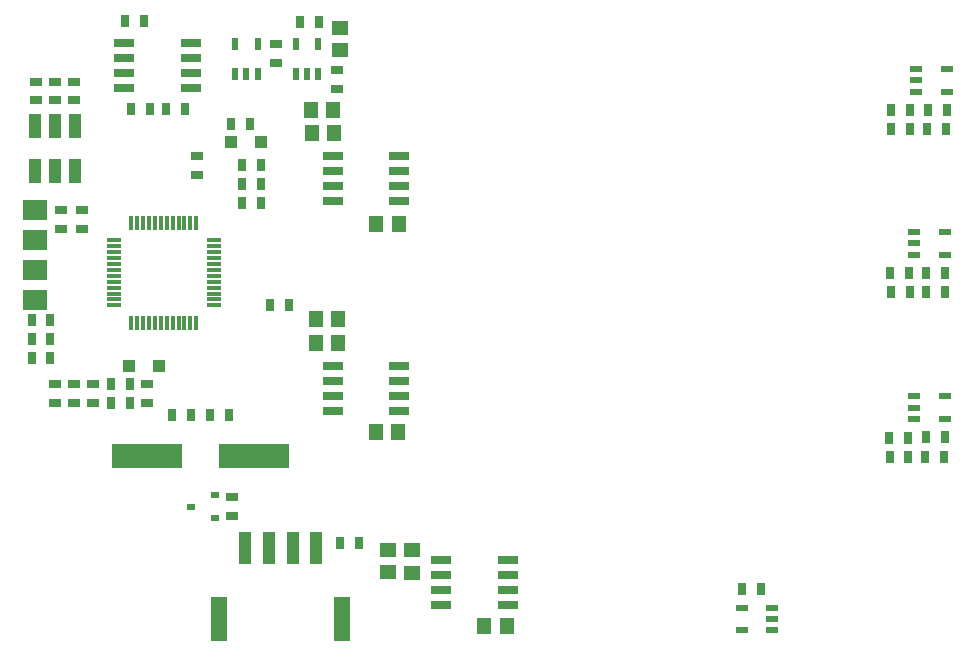
<source format=gbp>
G04*
G04 #@! TF.GenerationSoftware,Altium Limited,Altium Designer,23.3.1 (30)*
G04*
G04 Layer_Color=128*
%FSLAX44Y44*%
%MOMM*%
G71*
G04*
G04 #@! TF.SameCoordinates,D690764C-15D9-45C2-B971-25477444B052*
G04*
G04*
G04 #@! TF.FilePolarity,Positive*
G04*
G01*
G75*
%ADD14R,1.2000X1.4000*%
%ADD19R,1.0000X0.7000*%
%ADD21R,0.7000X1.0000*%
%ADD25R,1.4000X1.3000*%
%ADD26R,0.6000X1.1000*%
%ADD28R,1.4000X1.2000*%
%ADD30R,2.0000X1.7000*%
%ADD32R,1.4500X3.8000*%
%ADD33R,1.0000X2.7000*%
%ADD68R,1.0000X1.0000*%
%ADD79R,1.1000X0.6000*%
%ADD80R,1.1000X2.0000*%
%ADD81R,1.7500X0.6500*%
%ADD82R,1.2000X0.3000*%
%ADD83R,0.3000X1.2000*%
%ADD84R,0.7000X0.6000*%
%ADD85R,6.0000X2.0000*%
D14*
X962000Y1526000D02*
D03*
X981000D02*
D03*
X907500Y1603000D02*
D03*
X926500D02*
D03*
X906500Y1623000D02*
D03*
X925500D02*
D03*
X910500Y1446000D02*
D03*
X929500D02*
D03*
X910500Y1426000D02*
D03*
X929500D02*
D03*
X961500Y1350000D02*
D03*
X980500D02*
D03*
X1053500Y1186000D02*
D03*
X1072500D02*
D03*
D19*
X674000Y1631000D02*
D03*
Y1647000D02*
D03*
X690000Y1631000D02*
D03*
Y1647000D02*
D03*
X706000Y1631000D02*
D03*
Y1647000D02*
D03*
X929000Y1641000D02*
D03*
Y1657000D02*
D03*
X810000Y1568000D02*
D03*
Y1584000D02*
D03*
X695000Y1522000D02*
D03*
Y1538000D02*
D03*
X713000Y1538000D02*
D03*
Y1522000D02*
D03*
X722000Y1391000D02*
D03*
Y1375000D02*
D03*
X706000D02*
D03*
Y1391000D02*
D03*
X840000Y1279000D02*
D03*
Y1295000D02*
D03*
X768000Y1375000D02*
D03*
Y1391000D02*
D03*
X690000Y1375000D02*
D03*
Y1391000D02*
D03*
X877000Y1663000D02*
D03*
Y1679000D02*
D03*
D21*
X1429000Y1623000D02*
D03*
X1445000D02*
D03*
X1427410Y1484970D02*
D03*
X1443410D02*
D03*
X1427201Y1345811D02*
D03*
X1443201D02*
D03*
X1287249Y1217030D02*
D03*
X1271249D02*
D03*
X821000Y1365000D02*
D03*
X837000D02*
D03*
X737000Y1375000D02*
D03*
X753000D02*
D03*
X864000Y1544000D02*
D03*
X848000D02*
D03*
X864000Y1560000D02*
D03*
X848000D02*
D03*
X864000Y1576000D02*
D03*
X848000D02*
D03*
X855000Y1611000D02*
D03*
X839000D02*
D03*
X872000Y1458000D02*
D03*
X888000D02*
D03*
X805000Y1365000D02*
D03*
X789000D02*
D03*
X737000Y1391000D02*
D03*
X753000D02*
D03*
X670000Y1429000D02*
D03*
X686000D02*
D03*
X670000Y1413000D02*
D03*
X686000D02*
D03*
X670000Y1445000D02*
D03*
X686000D02*
D03*
X765000Y1698000D02*
D03*
X749000D02*
D03*
X784000Y1624000D02*
D03*
X800000D02*
D03*
X770000D02*
D03*
X754000D02*
D03*
X1396271Y1344891D02*
D03*
X1412271D02*
D03*
X1397239Y1484817D02*
D03*
X1413239D02*
D03*
X1398000Y1623000D02*
D03*
X1414000D02*
D03*
X1426290Y1329026D02*
D03*
X1442290D02*
D03*
X1427530Y1468690D02*
D03*
X1443530D02*
D03*
X1428366Y1607091D02*
D03*
X1444366D02*
D03*
X1412500Y1329000D02*
D03*
X1396500D02*
D03*
X1413500Y1468690D02*
D03*
X1397500D02*
D03*
X1414000Y1607000D02*
D03*
X1398000D02*
D03*
X931000Y1256000D02*
D03*
X947000D02*
D03*
X897000Y1697000D02*
D03*
X913000D02*
D03*
D25*
X931000Y1692500D02*
D03*
Y1673500D02*
D03*
D26*
X912500Y1653000D02*
D03*
X903000D02*
D03*
X893500D02*
D03*
X912500Y1679000D02*
D03*
X893500D02*
D03*
X861500Y1653000D02*
D03*
X852000D02*
D03*
X842500D02*
D03*
X861500Y1679000D02*
D03*
X842500D02*
D03*
D28*
X992000Y1231000D02*
D03*
Y1250000D02*
D03*
X972000Y1231500D02*
D03*
Y1250500D02*
D03*
D30*
X673000Y1461900D02*
D03*
Y1487300D02*
D03*
Y1512700D02*
D03*
Y1538100D02*
D03*
D32*
X933000Y1192000D02*
D03*
X829000D02*
D03*
D33*
X911000Y1252000D02*
D03*
X891000D02*
D03*
X871000D02*
D03*
X851000D02*
D03*
D68*
X752300Y1406000D02*
D03*
X777700D02*
D03*
X864700Y1596000D02*
D03*
X839300D02*
D03*
D79*
X1418963Y1638530D02*
D03*
Y1648030D02*
D03*
Y1657530D02*
D03*
X1444963Y1638530D02*
D03*
Y1657530D02*
D03*
X1417373Y1500500D02*
D03*
Y1510000D02*
D03*
Y1519500D02*
D03*
X1443373Y1500500D02*
D03*
Y1519500D02*
D03*
X1417165Y1361341D02*
D03*
Y1370841D02*
D03*
Y1380341D02*
D03*
X1443165Y1361341D02*
D03*
Y1380341D02*
D03*
X1297285Y1201500D02*
D03*
Y1192000D02*
D03*
Y1182500D02*
D03*
X1271285Y1201500D02*
D03*
Y1182500D02*
D03*
D80*
X707000Y1571000D02*
D03*
X690000D02*
D03*
X673000D02*
D03*
X707000Y1609000D02*
D03*
X690000D02*
D03*
X673000D02*
D03*
D81*
X748710Y1667265D02*
D03*
Y1654565D02*
D03*
Y1641865D02*
D03*
Y1679965D02*
D03*
X804710Y1641865D02*
D03*
Y1654565D02*
D03*
Y1667265D02*
D03*
Y1679965D02*
D03*
X981000Y1558600D02*
D03*
Y1571300D02*
D03*
Y1584000D02*
D03*
Y1545900D02*
D03*
X925000Y1584000D02*
D03*
Y1571300D02*
D03*
Y1558600D02*
D03*
Y1545900D02*
D03*
X981000Y1381000D02*
D03*
Y1393700D02*
D03*
Y1406400D02*
D03*
Y1368300D02*
D03*
X925000Y1406400D02*
D03*
Y1393700D02*
D03*
Y1381000D02*
D03*
Y1368300D02*
D03*
X1073000Y1216650D02*
D03*
Y1229350D02*
D03*
Y1242050D02*
D03*
Y1203950D02*
D03*
X1017000Y1242050D02*
D03*
Y1229350D02*
D03*
Y1216650D02*
D03*
Y1203950D02*
D03*
D82*
X824500Y1457500D02*
D03*
Y1462500D02*
D03*
Y1467500D02*
D03*
Y1472500D02*
D03*
Y1477500D02*
D03*
Y1482500D02*
D03*
Y1487500D02*
D03*
Y1492500D02*
D03*
Y1497500D02*
D03*
Y1502500D02*
D03*
Y1507500D02*
D03*
X739500Y1457500D02*
D03*
Y1512500D02*
D03*
Y1507500D02*
D03*
Y1502500D02*
D03*
Y1497500D02*
D03*
Y1492500D02*
D03*
Y1487500D02*
D03*
Y1482500D02*
D03*
Y1477500D02*
D03*
Y1472500D02*
D03*
Y1467500D02*
D03*
Y1462500D02*
D03*
X824500Y1512500D02*
D03*
D83*
X754500Y1527500D02*
D03*
X809500D02*
D03*
X804500D02*
D03*
X799500D02*
D03*
X794500D02*
D03*
X789500D02*
D03*
X784500D02*
D03*
X779500D02*
D03*
X774500D02*
D03*
X769500D02*
D03*
X764500D02*
D03*
X759500D02*
D03*
X804500Y1442500D02*
D03*
X799500D02*
D03*
X794500D02*
D03*
X789500D02*
D03*
X784500D02*
D03*
X779500D02*
D03*
X774500D02*
D03*
X769500D02*
D03*
X764500D02*
D03*
X759500D02*
D03*
X754500D02*
D03*
X809500D02*
D03*
D84*
X805000Y1287000D02*
D03*
X825000Y1277500D02*
D03*
Y1296500D02*
D03*
D85*
X858000Y1330000D02*
D03*
X768000D02*
D03*
M02*

</source>
